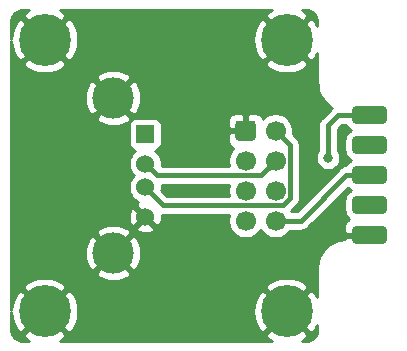
<source format=gbr>
%TF.GenerationSoftware,KiCad,Pcbnew,(5.1.8)-1*%
%TF.CreationDate,2021-02-12T13:32:35+03:00*%
%TF.ProjectId,lcd_pcb,6c63645f-7063-4622-9e6b-696361645f70,rev?*%
%TF.SameCoordinates,Original*%
%TF.FileFunction,Copper,L2,Bot*%
%TF.FilePolarity,Positive*%
%FSLAX46Y46*%
G04 Gerber Fmt 4.6, Leading zero omitted, Abs format (unit mm)*
G04 Created by KiCad (PCBNEW (5.1.8)-1) date 2021-02-12 13:32:35*
%MOMM*%
%LPD*%
G01*
G04 APERTURE LIST*
%TA.AperFunction,ComponentPad*%
%ADD10C,0.700000*%
%TD*%
%TA.AperFunction,ComponentPad*%
%ADD11C,4.400000*%
%TD*%
%TA.AperFunction,ComponentPad*%
%ADD12C,1.700000*%
%TD*%
%TA.AperFunction,ComponentPad*%
%ADD13C,3.500000*%
%TD*%
%TA.AperFunction,ComponentPad*%
%ADD14R,1.524000X1.524000*%
%TD*%
%TA.AperFunction,ComponentPad*%
%ADD15C,1.524000*%
%TD*%
%TA.AperFunction,ViaPad*%
%ADD16C,0.800000*%
%TD*%
%TA.AperFunction,Conductor*%
%ADD17C,0.400000*%
%TD*%
%TA.AperFunction,Conductor*%
%ADD18C,0.254000*%
%TD*%
%TA.AperFunction,Conductor*%
%ADD19C,0.100000*%
%TD*%
G04 APERTURE END LIST*
D10*
%TO.P,J7,1*%
%TO.N,GND*%
X84666726Y-90333274D03*
X83500000Y-89850000D03*
X82333274Y-90333274D03*
X81850000Y-91500000D03*
X82333274Y-92666726D03*
X83500000Y-93150000D03*
X84666726Y-92666726D03*
X85150000Y-91500000D03*
D11*
X83500000Y-91500000D03*
%TD*%
D10*
%TO.P,J6,1*%
%TO.N,GND*%
X84666726Y-67333274D03*
X83500000Y-66850000D03*
X82333274Y-67333274D03*
X81850000Y-68500000D03*
X82333274Y-69666726D03*
X83500000Y-70150000D03*
X84666726Y-69666726D03*
X85150000Y-68500000D03*
D11*
X83500000Y-68500000D03*
%TD*%
D10*
%TO.P,J5,1*%
%TO.N,GND*%
X105166726Y-90333274D03*
X104000000Y-89850000D03*
X102833274Y-90333274D03*
X102350000Y-91500000D03*
X102833274Y-92666726D03*
X104000000Y-93150000D03*
X105166726Y-92666726D03*
X105650000Y-91500000D03*
D11*
X104000000Y-91500000D03*
%TD*%
D10*
%TO.P,J2,1*%
%TO.N,GND*%
X105166726Y-67333274D03*
X104000000Y-66850000D03*
X102833274Y-67333274D03*
X102350000Y-68500000D03*
X102833274Y-69666726D03*
X104000000Y-70150000D03*
X105166726Y-69666726D03*
X105650000Y-68500000D03*
D11*
X104000000Y-68500000D03*
%TD*%
D12*
%TO.P,J4,8*%
%TO.N,/TX*%
X103040000Y-83830000D03*
%TO.P,J4,6*%
%TO.N,/RX*%
X103040000Y-81290000D03*
%TO.P,J4,4*%
%TO.N,/DM*%
X103040000Y-78750000D03*
%TO.P,J4,2*%
%TO.N,/DP*%
X103040000Y-76210000D03*
%TO.P,J4,7*%
%TO.N,/Res*%
X100500000Y-83830000D03*
%TO.P,J4,5*%
%TO.N,Net-(J1-Pad1)*%
X100500000Y-81290000D03*
%TO.P,J4,3*%
X100500000Y-78750000D03*
%TO.P,J4,1*%
%TO.N,GND*%
%TA.AperFunction,ComponentPad*%
G36*
G01*
X99650000Y-76810000D02*
X99650000Y-75610000D01*
G75*
G02*
X99900000Y-75360000I250000J0D01*
G01*
X101100000Y-75360000D01*
G75*
G02*
X101350000Y-75610000I0J-250000D01*
G01*
X101350000Y-76810000D01*
G75*
G02*
X101100000Y-77060000I-250000J0D01*
G01*
X99900000Y-77060000D01*
G75*
G02*
X99650000Y-76810000I0J250000D01*
G01*
G37*
%TD.AperFunction*%
%TD*%
%TO.P,J3,5*%
%TO.N,GND*%
%TA.AperFunction,ComponentPad*%
G36*
G01*
X109500000Y-85431000D02*
X109500000Y-84669000D01*
G75*
G02*
X109881000Y-84288000I381000J0D01*
G01*
X112119000Y-84288000D01*
G75*
G02*
X112500000Y-84669000I0J-381000D01*
G01*
X112500000Y-85431000D01*
G75*
G02*
X112119000Y-85812000I-381000J0D01*
G01*
X109881000Y-85812000D01*
G75*
G02*
X109500000Y-85431000I0J381000D01*
G01*
G37*
%TD.AperFunction*%
%TO.P,J3,4*%
%TO.N,/RX*%
%TA.AperFunction,ComponentPad*%
G36*
G01*
X109500000Y-82891000D02*
X109500000Y-82129000D01*
G75*
G02*
X109881000Y-81748000I381000J0D01*
G01*
X112119000Y-81748000D01*
G75*
G02*
X112500000Y-82129000I0J-381000D01*
G01*
X112500000Y-82891000D01*
G75*
G02*
X112119000Y-83272000I-381000J0D01*
G01*
X109881000Y-83272000D01*
G75*
G02*
X109500000Y-82891000I0J381000D01*
G01*
G37*
%TD.AperFunction*%
%TO.P,J3,3*%
%TO.N,/TX*%
%TA.AperFunction,ComponentPad*%
G36*
G01*
X109500000Y-80351000D02*
X109500000Y-79589000D01*
G75*
G02*
X109881000Y-79208000I381000J0D01*
G01*
X112119000Y-79208000D01*
G75*
G02*
X112500000Y-79589000I0J-381000D01*
G01*
X112500000Y-80351000D01*
G75*
G02*
X112119000Y-80732000I-381000J0D01*
G01*
X109881000Y-80732000D01*
G75*
G02*
X109500000Y-80351000I0J381000D01*
G01*
G37*
%TD.AperFunction*%
%TO.P,J3,2*%
%TO.N,Net-(J1-Pad1)*%
%TA.AperFunction,ComponentPad*%
G36*
G01*
X109500000Y-77811000D02*
X109500000Y-77049000D01*
G75*
G02*
X109881000Y-76668000I381000J0D01*
G01*
X112119000Y-76668000D01*
G75*
G02*
X112500000Y-77049000I0J-381000D01*
G01*
X112500000Y-77811000D01*
G75*
G02*
X112119000Y-78192000I-381000J0D01*
G01*
X109881000Y-78192000D01*
G75*
G02*
X109500000Y-77811000I0J381000D01*
G01*
G37*
%TD.AperFunction*%
%TO.P,J3,1*%
%TO.N,/Res*%
%TA.AperFunction,ComponentPad*%
G36*
G01*
X109500000Y-75271000D02*
X109500000Y-74509000D01*
G75*
G02*
X109881000Y-74128000I381000J0D01*
G01*
X112119000Y-74128000D01*
G75*
G02*
X112500000Y-74509000I0J-381000D01*
G01*
X112500000Y-75271000D01*
G75*
G02*
X112119000Y-75652000I-381000J0D01*
G01*
X109881000Y-75652000D01*
G75*
G02*
X109500000Y-75271000I0J381000D01*
G01*
G37*
%TD.AperFunction*%
%TD*%
D13*
%TO.P,J1,5*%
%TO.N,GND*%
X89290000Y-86570000D03*
X89290000Y-73430000D03*
D14*
%TO.P,J1,1*%
%TO.N,Net-(J1-Pad1)*%
X92000000Y-76500000D03*
D15*
%TO.P,J1,2*%
%TO.N,/DM*%
X92000000Y-79000000D03*
%TO.P,J1,3*%
%TO.N,/DP*%
X92000000Y-81000000D03*
%TO.P,J1,4*%
%TO.N,GND*%
X92000000Y-83500000D03*
%TD*%
D16*
%TO.N,GND*%
X107250000Y-80000000D03*
X108000000Y-83750000D03*
X105750000Y-78750000D03*
X105750000Y-75750000D03*
X98250000Y-81250000D03*
X96250000Y-81250000D03*
X94000000Y-81250000D03*
X89250000Y-68500000D03*
X93750000Y-68500000D03*
X98250000Y-68500000D03*
X89250000Y-91500000D03*
X93750000Y-91500000D03*
X98250000Y-91500000D03*
X82750000Y-80000000D03*
X82750000Y-84750000D03*
X82750000Y-75000000D03*
%TO.N,/Res*%
X107500000Y-78500000D03*
%TD*%
D17*
%TO.N,/DM*%
X101789999Y-80000001D02*
X103040000Y-78750000D01*
X93000001Y-80000001D02*
X101789999Y-80000001D01*
X92000000Y-79000000D02*
X93000001Y-80000001D01*
%TO.N,/DP*%
X104290001Y-77460001D02*
X103040000Y-76210000D01*
X104290001Y-81890001D02*
X104290001Y-77460001D01*
X103640001Y-82540001D02*
X104290001Y-81890001D01*
X93540001Y-82540001D02*
X103640001Y-82540001D01*
X92000000Y-81000000D02*
X93540001Y-82540001D01*
%TO.N,/TX*%
X109030000Y-79970000D02*
X111000000Y-79970000D01*
X105170000Y-83830000D02*
X109030000Y-79970000D01*
X103040000Y-83830000D02*
X105170000Y-83830000D01*
%TO.N,/Res*%
X107500000Y-78500000D02*
X107500000Y-75750000D01*
X108360000Y-74890000D02*
X111000000Y-74890000D01*
X107500000Y-75750000D02*
X108360000Y-74890000D01*
%TD*%
D18*
%TO.N,GND*%
X81929976Y-66122982D02*
X81689830Y-66510225D01*
X83500000Y-68320395D01*
X85310170Y-66510225D01*
X85070024Y-66122982D01*
X84791482Y-65976000D01*
X102704959Y-65976000D01*
X102429976Y-66122982D01*
X102189830Y-66510225D01*
X104000000Y-68320395D01*
X105810170Y-66510225D01*
X105570024Y-66122982D01*
X105291482Y-65976000D01*
X105533720Y-65976000D01*
X105764284Y-65998607D01*
X105955010Y-66056190D01*
X106130918Y-66149723D01*
X106285315Y-66275646D01*
X106412310Y-66429156D01*
X106507071Y-66604412D01*
X106565984Y-66794731D01*
X106590000Y-67023227D01*
X106590000Y-67328436D01*
X106377018Y-66929976D01*
X105989775Y-66689830D01*
X104179605Y-68500000D01*
X105989775Y-70310170D01*
X106377018Y-70070024D01*
X106590001Y-69666405D01*
X106590001Y-72222419D01*
X106592830Y-72251142D01*
X106592757Y-72261573D01*
X106593656Y-72270744D01*
X106628010Y-72597603D01*
X106640037Y-72656190D01*
X106651247Y-72714960D01*
X106653911Y-72723782D01*
X106751098Y-73037743D01*
X106774282Y-73092894D01*
X106796688Y-73148352D01*
X106801014Y-73156489D01*
X106957333Y-73445594D01*
X106990800Y-73495210D01*
X107023538Y-73545240D01*
X107029362Y-73552381D01*
X107238857Y-73805617D01*
X107281313Y-73847777D01*
X107323157Y-73890507D01*
X107330257Y-73896381D01*
X107584950Y-74104103D01*
X107634740Y-74137183D01*
X107684129Y-74171001D01*
X107692236Y-74175383D01*
X107827141Y-74247114D01*
X107807739Y-74263037D01*
X107766709Y-74296709D01*
X107740563Y-74328568D01*
X106938574Y-75130559D01*
X106906710Y-75156709D01*
X106862083Y-75211087D01*
X106802364Y-75283855D01*
X106724828Y-75428914D01*
X106677082Y-75586312D01*
X106660960Y-75750000D01*
X106665001Y-75791028D01*
X106665000Y-77886715D01*
X106582795Y-78009744D01*
X106504774Y-78198102D01*
X106465000Y-78398061D01*
X106465000Y-78601939D01*
X106504774Y-78801898D01*
X106582795Y-78990256D01*
X106696063Y-79159774D01*
X106840226Y-79303937D01*
X107009744Y-79417205D01*
X107198102Y-79495226D01*
X107398061Y-79535000D01*
X107601939Y-79535000D01*
X107801898Y-79495226D01*
X107990256Y-79417205D01*
X108159774Y-79303937D01*
X108303937Y-79159774D01*
X108417205Y-78990256D01*
X108495226Y-78801898D01*
X108535000Y-78601939D01*
X108535000Y-78398061D01*
X108495226Y-78198102D01*
X108417205Y-78009744D01*
X108335000Y-77886715D01*
X108335000Y-76095868D01*
X108705868Y-75725000D01*
X108973719Y-75725000D01*
X109033673Y-75837166D01*
X109160407Y-75991593D01*
X109314834Y-76118327D01*
X109392798Y-76160000D01*
X109314834Y-76201673D01*
X109160407Y-76328407D01*
X109033673Y-76482834D01*
X108939500Y-76659018D01*
X108881509Y-76850189D01*
X108861928Y-77049000D01*
X108861928Y-77811000D01*
X108881509Y-78009811D01*
X108939500Y-78200982D01*
X109033673Y-78377166D01*
X109160407Y-78531593D01*
X109314834Y-78658327D01*
X109392798Y-78700000D01*
X109314834Y-78741673D01*
X109160407Y-78868407D01*
X109033673Y-79022834D01*
X108972870Y-79136587D01*
X108866311Y-79147082D01*
X108708913Y-79194828D01*
X108563854Y-79272364D01*
X108436709Y-79376709D01*
X108410559Y-79408573D01*
X104824133Y-82995000D01*
X104365869Y-82995000D01*
X104851433Y-82509437D01*
X104883292Y-82483292D01*
X104987637Y-82356147D01*
X105065173Y-82211088D01*
X105112919Y-82053690D01*
X105125001Y-81931020D01*
X105125001Y-81931019D01*
X105129041Y-81890001D01*
X105125001Y-81848983D01*
X105125001Y-77501008D01*
X105129040Y-77460000D01*
X105125001Y-77418992D01*
X105125001Y-77418982D01*
X105112919Y-77296312D01*
X105065173Y-77138914D01*
X104987637Y-76993855D01*
X104883292Y-76866710D01*
X104851427Y-76840559D01*
X104498807Y-76487939D01*
X104525000Y-76356260D01*
X104525000Y-76063740D01*
X104467932Y-75776842D01*
X104355990Y-75506589D01*
X104193475Y-75263368D01*
X103986632Y-75056525D01*
X103743411Y-74894010D01*
X103473158Y-74782068D01*
X103186260Y-74725000D01*
X102893740Y-74725000D01*
X102606842Y-74782068D01*
X102336589Y-74894010D01*
X102093368Y-75056525D01*
X101961513Y-75188380D01*
X101939502Y-75115820D01*
X101880537Y-75005506D01*
X101801185Y-74908815D01*
X101704494Y-74829463D01*
X101594180Y-74770498D01*
X101474482Y-74734188D01*
X101350000Y-74721928D01*
X100785750Y-74725000D01*
X100627000Y-74883750D01*
X100627000Y-76083000D01*
X100647000Y-76083000D01*
X100647000Y-76337000D01*
X100627000Y-76337000D01*
X100627000Y-76357000D01*
X100373000Y-76357000D01*
X100373000Y-76337000D01*
X99173750Y-76337000D01*
X99015000Y-76495750D01*
X99011928Y-77060000D01*
X99024188Y-77184482D01*
X99060498Y-77304180D01*
X99119463Y-77414494D01*
X99198815Y-77511185D01*
X99295506Y-77590537D01*
X99405820Y-77649502D01*
X99478380Y-77671513D01*
X99346525Y-77803368D01*
X99184010Y-78046589D01*
X99072068Y-78316842D01*
X99015000Y-78603740D01*
X99015000Y-78896260D01*
X99068456Y-79165001D01*
X93391548Y-79165001D01*
X93397000Y-79137592D01*
X93397000Y-78862408D01*
X93343314Y-78592510D01*
X93238005Y-78338273D01*
X93085120Y-78109465D01*
X92890535Y-77914880D01*
X92854708Y-77890941D01*
X92886482Y-77887812D01*
X93006180Y-77851502D01*
X93116494Y-77792537D01*
X93213185Y-77713185D01*
X93292537Y-77616494D01*
X93351502Y-77506180D01*
X93387812Y-77386482D01*
X93400072Y-77262000D01*
X93400072Y-75738000D01*
X93387812Y-75613518D01*
X93351502Y-75493820D01*
X93292537Y-75383506D01*
X93273247Y-75360000D01*
X99011928Y-75360000D01*
X99015000Y-75924250D01*
X99173750Y-76083000D01*
X100373000Y-76083000D01*
X100373000Y-74883750D01*
X100214250Y-74725000D01*
X99650000Y-74721928D01*
X99525518Y-74734188D01*
X99405820Y-74770498D01*
X99295506Y-74829463D01*
X99198815Y-74908815D01*
X99119463Y-75005506D01*
X99060498Y-75115820D01*
X99024188Y-75235518D01*
X99011928Y-75360000D01*
X93273247Y-75360000D01*
X93213185Y-75286815D01*
X93116494Y-75207463D01*
X93006180Y-75148498D01*
X92886482Y-75112188D01*
X92762000Y-75099928D01*
X91238000Y-75099928D01*
X91113518Y-75112188D01*
X90993820Y-75148498D01*
X90883506Y-75207463D01*
X90786815Y-75286815D01*
X90707463Y-75383506D01*
X90648498Y-75493820D01*
X90612188Y-75613518D01*
X90599928Y-75738000D01*
X90599928Y-77262000D01*
X90612188Y-77386482D01*
X90648498Y-77506180D01*
X90707463Y-77616494D01*
X90786815Y-77713185D01*
X90883506Y-77792537D01*
X90993820Y-77851502D01*
X91113518Y-77887812D01*
X91145292Y-77890941D01*
X91109465Y-77914880D01*
X90914880Y-78109465D01*
X90761995Y-78338273D01*
X90656686Y-78592510D01*
X90603000Y-78862408D01*
X90603000Y-79137592D01*
X90656686Y-79407490D01*
X90761995Y-79661727D01*
X90914880Y-79890535D01*
X91024345Y-80000000D01*
X90914880Y-80109465D01*
X90761995Y-80338273D01*
X90656686Y-80592510D01*
X90603000Y-80862408D01*
X90603000Y-81137592D01*
X90656686Y-81407490D01*
X90761995Y-81661727D01*
X90914880Y-81890535D01*
X91109465Y-82085120D01*
X91338273Y-82238005D01*
X91365401Y-82249242D01*
X91281020Y-82294344D01*
X91214040Y-82534435D01*
X92000000Y-83320395D01*
X92014143Y-83306253D01*
X92193748Y-83485858D01*
X92179605Y-83500000D01*
X92965565Y-84285960D01*
X93205656Y-84218980D01*
X93322756Y-83969952D01*
X93389023Y-83702865D01*
X93401910Y-83427983D01*
X93392348Y-83364498D01*
X93498982Y-83375001D01*
X93498992Y-83375001D01*
X93540000Y-83379040D01*
X93581008Y-83375001D01*
X99081115Y-83375001D01*
X99072068Y-83396842D01*
X99015000Y-83683740D01*
X99015000Y-83976260D01*
X99072068Y-84263158D01*
X99184010Y-84533411D01*
X99346525Y-84776632D01*
X99553368Y-84983475D01*
X99796589Y-85145990D01*
X100066842Y-85257932D01*
X100353740Y-85315000D01*
X100646260Y-85315000D01*
X100933158Y-85257932D01*
X101203411Y-85145990D01*
X101446632Y-84983475D01*
X101653475Y-84776632D01*
X101770000Y-84602240D01*
X101886525Y-84776632D01*
X102093368Y-84983475D01*
X102336589Y-85145990D01*
X102606842Y-85257932D01*
X102893740Y-85315000D01*
X103186260Y-85315000D01*
X103473158Y-85257932D01*
X103743411Y-85145990D01*
X103986632Y-84983475D01*
X104193475Y-84776632D01*
X104268065Y-84665000D01*
X105128982Y-84665000D01*
X105170000Y-84669040D01*
X105211018Y-84665000D01*
X105211019Y-84665000D01*
X105333689Y-84652918D01*
X105491087Y-84605172D01*
X105636146Y-84527636D01*
X105763291Y-84423291D01*
X105789446Y-84391421D01*
X109137359Y-81043509D01*
X109160407Y-81071593D01*
X109314834Y-81198327D01*
X109392798Y-81240000D01*
X109314834Y-81281673D01*
X109160407Y-81408407D01*
X109033673Y-81562834D01*
X108939500Y-81739018D01*
X108881509Y-81930189D01*
X108861928Y-82129000D01*
X108861928Y-82891000D01*
X108881509Y-83089811D01*
X108939500Y-83280982D01*
X109033673Y-83457166D01*
X109160407Y-83611593D01*
X109263473Y-83696176D01*
X109255820Y-83698498D01*
X109145506Y-83757463D01*
X109048815Y-83836815D01*
X108969463Y-83933506D01*
X108910498Y-84043820D01*
X108874188Y-84163518D01*
X108861928Y-84288000D01*
X108865000Y-84764250D01*
X109023750Y-84923000D01*
X110873000Y-84923000D01*
X110873000Y-84903000D01*
X111127000Y-84903000D01*
X111127000Y-84923000D01*
X111147000Y-84923000D01*
X111147000Y-85177000D01*
X111127000Y-85177000D01*
X111127000Y-85197000D01*
X110873000Y-85197000D01*
X110873000Y-85177000D01*
X109023750Y-85177000D01*
X108865000Y-85335750D01*
X108864529Y-85408772D01*
X108862427Y-85408757D01*
X108853255Y-85409657D01*
X108526397Y-85444010D01*
X108467810Y-85456037D01*
X108409040Y-85467247D01*
X108400218Y-85469911D01*
X108086257Y-85567098D01*
X108031106Y-85590282D01*
X107975648Y-85612688D01*
X107967511Y-85617014D01*
X107678406Y-85773333D01*
X107628790Y-85806800D01*
X107578760Y-85839538D01*
X107571619Y-85845362D01*
X107318383Y-86054857D01*
X107276223Y-86097313D01*
X107233493Y-86139157D01*
X107227619Y-86146258D01*
X107019897Y-86400950D01*
X106986801Y-86450763D01*
X106952999Y-86500129D01*
X106948617Y-86508236D01*
X106794320Y-86798424D01*
X106771536Y-86853700D01*
X106747957Y-86908715D01*
X106745233Y-86917518D01*
X106650241Y-87232150D01*
X106638629Y-87290794D01*
X106626185Y-87349338D01*
X106625222Y-87358503D01*
X106593150Y-87685594D01*
X106593150Y-87685599D01*
X106590000Y-87717582D01*
X106590000Y-90328437D01*
X106377018Y-89929976D01*
X105989775Y-89689830D01*
X104179605Y-91500000D01*
X105989775Y-93310170D01*
X106377018Y-93070024D01*
X106590001Y-92666405D01*
X106590001Y-92967710D01*
X106567393Y-93198285D01*
X106509810Y-93389010D01*
X106416276Y-93564920D01*
X106290355Y-93719315D01*
X106136844Y-93846310D01*
X105961588Y-93941071D01*
X105771265Y-93999985D01*
X105542773Y-94024000D01*
X105295041Y-94024000D01*
X105570024Y-93877018D01*
X105810170Y-93489775D01*
X104000000Y-91679605D01*
X102189830Y-93489775D01*
X102429976Y-93877018D01*
X102708519Y-94024000D01*
X84795036Y-94024003D01*
X85070024Y-93877018D01*
X85310170Y-93489775D01*
X83500000Y-91679605D01*
X81689830Y-93489775D01*
X81929976Y-93877018D01*
X82208524Y-94024003D01*
X81716311Y-94024003D01*
X81485715Y-94001393D01*
X81294990Y-93943810D01*
X81119080Y-93850276D01*
X80964685Y-93724355D01*
X80837690Y-93570844D01*
X80742929Y-93395588D01*
X80684015Y-93205265D01*
X80660000Y-92976773D01*
X80660000Y-91598718D01*
X80709019Y-92070632D01*
X80873972Y-92604161D01*
X81122982Y-93070024D01*
X81510225Y-93310170D01*
X83320395Y-91500000D01*
X83679605Y-91500000D01*
X85489775Y-93310170D01*
X85877018Y-93070024D01*
X86137641Y-92576123D01*
X86296901Y-92040867D01*
X86345852Y-91515174D01*
X101151322Y-91515174D01*
X101209019Y-92070632D01*
X101373972Y-92604161D01*
X101622982Y-93070024D01*
X102010225Y-93310170D01*
X103820395Y-91500000D01*
X102010225Y-89689830D01*
X101622982Y-89929976D01*
X101362359Y-90423877D01*
X101203099Y-90959133D01*
X101151322Y-91515174D01*
X86345852Y-91515174D01*
X86348678Y-91484826D01*
X86290981Y-90929368D01*
X86126028Y-90395839D01*
X85877018Y-89929976D01*
X85489775Y-89689830D01*
X83679605Y-91500000D01*
X83320395Y-91500000D01*
X81510225Y-89689830D01*
X81122982Y-89929976D01*
X80862359Y-90423877D01*
X80703099Y-90959133D01*
X80660000Y-91421980D01*
X80660000Y-89510225D01*
X81689830Y-89510225D01*
X83500000Y-91320395D01*
X85310170Y-89510225D01*
X102189830Y-89510225D01*
X104000000Y-91320395D01*
X105810170Y-89510225D01*
X105570024Y-89122982D01*
X105076123Y-88862359D01*
X104540867Y-88703099D01*
X103984826Y-88651322D01*
X103429368Y-88709019D01*
X102895839Y-88873972D01*
X102429976Y-89122982D01*
X102189830Y-89510225D01*
X85310170Y-89510225D01*
X85070024Y-89122982D01*
X84576123Y-88862359D01*
X84040867Y-88703099D01*
X83484826Y-88651322D01*
X82929368Y-88709019D01*
X82395839Y-88873972D01*
X81929976Y-89122982D01*
X81689830Y-89510225D01*
X80660000Y-89510225D01*
X80660000Y-88239609D01*
X87799997Y-88239609D01*
X87986073Y-88580766D01*
X88403409Y-88796513D01*
X88854815Y-88926696D01*
X89322946Y-88966313D01*
X89789811Y-88913842D01*
X90237468Y-88771297D01*
X90593927Y-88580766D01*
X90780003Y-88239609D01*
X89290000Y-86749605D01*
X87799997Y-88239609D01*
X80660000Y-88239609D01*
X80660000Y-86602946D01*
X86893687Y-86602946D01*
X86946158Y-87069811D01*
X87088703Y-87517468D01*
X87279234Y-87873927D01*
X87620391Y-88060003D01*
X89110395Y-86570000D01*
X89469605Y-86570000D01*
X90959609Y-88060003D01*
X91300766Y-87873927D01*
X91516513Y-87456591D01*
X91646696Y-87005185D01*
X91686313Y-86537054D01*
X91633842Y-86070189D01*
X91491297Y-85622532D01*
X91300766Y-85266073D01*
X90959609Y-85079997D01*
X89469605Y-86570000D01*
X89110395Y-86570000D01*
X87620391Y-85079997D01*
X87279234Y-85266073D01*
X87063487Y-85683409D01*
X86933304Y-86134815D01*
X86893687Y-86602946D01*
X80660000Y-86602946D01*
X80660000Y-84900391D01*
X87799997Y-84900391D01*
X89290000Y-86390395D01*
X90780003Y-84900391D01*
X90593927Y-84559234D01*
X90412736Y-84465565D01*
X91214040Y-84465565D01*
X91281020Y-84705656D01*
X91530048Y-84822756D01*
X91797135Y-84889023D01*
X92072017Y-84901910D01*
X92344133Y-84860922D01*
X92603023Y-84767636D01*
X92718980Y-84705656D01*
X92785960Y-84465565D01*
X92000000Y-83679605D01*
X91214040Y-84465565D01*
X90412736Y-84465565D01*
X90176591Y-84343487D01*
X89725185Y-84213304D01*
X89257054Y-84173687D01*
X88790189Y-84226158D01*
X88342532Y-84368703D01*
X87986073Y-84559234D01*
X87799997Y-84900391D01*
X80660000Y-84900391D01*
X80660000Y-83572017D01*
X90598090Y-83572017D01*
X90639078Y-83844133D01*
X90732364Y-84103023D01*
X90794344Y-84218980D01*
X91034435Y-84285960D01*
X91820395Y-83500000D01*
X91034435Y-82714040D01*
X90794344Y-82781020D01*
X90677244Y-83030048D01*
X90610977Y-83297135D01*
X90598090Y-83572017D01*
X80660000Y-83572017D01*
X80660000Y-75099609D01*
X87799997Y-75099609D01*
X87986073Y-75440766D01*
X88403409Y-75656513D01*
X88854815Y-75786696D01*
X89322946Y-75826313D01*
X89789811Y-75773842D01*
X90237468Y-75631297D01*
X90593927Y-75440766D01*
X90780003Y-75099609D01*
X89290000Y-73609605D01*
X87799997Y-75099609D01*
X80660000Y-75099609D01*
X80660000Y-73462946D01*
X86893687Y-73462946D01*
X86946158Y-73929811D01*
X87088703Y-74377468D01*
X87279234Y-74733927D01*
X87620391Y-74920003D01*
X89110395Y-73430000D01*
X89469605Y-73430000D01*
X90959609Y-74920003D01*
X91300766Y-74733927D01*
X91516513Y-74316591D01*
X91646696Y-73865185D01*
X91686313Y-73397054D01*
X91633842Y-72930189D01*
X91491297Y-72482532D01*
X91300766Y-72126073D01*
X90959609Y-71939997D01*
X89469605Y-73430000D01*
X89110395Y-73430000D01*
X87620391Y-71939997D01*
X87279234Y-72126073D01*
X87063487Y-72543409D01*
X86933304Y-72994815D01*
X86893687Y-73462946D01*
X80660000Y-73462946D01*
X80660000Y-71760391D01*
X87799997Y-71760391D01*
X89290000Y-73250395D01*
X90780003Y-71760391D01*
X90593927Y-71419234D01*
X90176591Y-71203487D01*
X89725185Y-71073304D01*
X89257054Y-71033687D01*
X88790189Y-71086158D01*
X88342532Y-71228703D01*
X87986073Y-71419234D01*
X87799997Y-71760391D01*
X80660000Y-71760391D01*
X80660000Y-70489775D01*
X81689830Y-70489775D01*
X81929976Y-70877018D01*
X82423877Y-71137641D01*
X82959133Y-71296901D01*
X83515174Y-71348678D01*
X84070632Y-71290981D01*
X84604161Y-71126028D01*
X85070024Y-70877018D01*
X85310170Y-70489775D01*
X102189830Y-70489775D01*
X102429976Y-70877018D01*
X102923877Y-71137641D01*
X103459133Y-71296901D01*
X104015174Y-71348678D01*
X104570632Y-71290981D01*
X105104161Y-71126028D01*
X105570024Y-70877018D01*
X105810170Y-70489775D01*
X104000000Y-68679605D01*
X102189830Y-70489775D01*
X85310170Y-70489775D01*
X83500000Y-68679605D01*
X81689830Y-70489775D01*
X80660000Y-70489775D01*
X80660000Y-68598718D01*
X80709019Y-69070632D01*
X80873972Y-69604161D01*
X81122982Y-70070024D01*
X81510225Y-70310170D01*
X83320395Y-68500000D01*
X83679605Y-68500000D01*
X85489775Y-70310170D01*
X85877018Y-70070024D01*
X86137641Y-69576123D01*
X86296901Y-69040867D01*
X86345852Y-68515174D01*
X101151322Y-68515174D01*
X101209019Y-69070632D01*
X101373972Y-69604161D01*
X101622982Y-70070024D01*
X102010225Y-70310170D01*
X103820395Y-68500000D01*
X102010225Y-66689830D01*
X101622982Y-66929976D01*
X101362359Y-67423877D01*
X101203099Y-67959133D01*
X101151322Y-68515174D01*
X86345852Y-68515174D01*
X86348678Y-68484826D01*
X86290981Y-67929368D01*
X86126028Y-67395839D01*
X85877018Y-66929976D01*
X85489775Y-66689830D01*
X83679605Y-68500000D01*
X83320395Y-68500000D01*
X81510225Y-66689830D01*
X81122982Y-66929976D01*
X80862359Y-67423877D01*
X80703099Y-67959133D01*
X80660000Y-68421980D01*
X80660000Y-67032280D01*
X80682607Y-66801716D01*
X80740190Y-66610990D01*
X80833723Y-66435082D01*
X80959646Y-66280685D01*
X81113156Y-66153690D01*
X81288412Y-66058929D01*
X81478731Y-66000016D01*
X81707227Y-65976000D01*
X82204959Y-65976000D01*
X81929976Y-66122982D01*
%TA.AperFunction,Conductor*%
D19*
G36*
X81929976Y-66122982D02*
G01*
X81689830Y-66510225D01*
X83500000Y-68320395D01*
X85310170Y-66510225D01*
X85070024Y-66122982D01*
X84791482Y-65976000D01*
X102704959Y-65976000D01*
X102429976Y-66122982D01*
X102189830Y-66510225D01*
X104000000Y-68320395D01*
X105810170Y-66510225D01*
X105570024Y-66122982D01*
X105291482Y-65976000D01*
X105533720Y-65976000D01*
X105764284Y-65998607D01*
X105955010Y-66056190D01*
X106130918Y-66149723D01*
X106285315Y-66275646D01*
X106412310Y-66429156D01*
X106507071Y-66604412D01*
X106565984Y-66794731D01*
X106590000Y-67023227D01*
X106590000Y-67328436D01*
X106377018Y-66929976D01*
X105989775Y-66689830D01*
X104179605Y-68500000D01*
X105989775Y-70310170D01*
X106377018Y-70070024D01*
X106590001Y-69666405D01*
X106590001Y-72222419D01*
X106592830Y-72251142D01*
X106592757Y-72261573D01*
X106593656Y-72270744D01*
X106628010Y-72597603D01*
X106640037Y-72656190D01*
X106651247Y-72714960D01*
X106653911Y-72723782D01*
X106751098Y-73037743D01*
X106774282Y-73092894D01*
X106796688Y-73148352D01*
X106801014Y-73156489D01*
X106957333Y-73445594D01*
X106990800Y-73495210D01*
X107023538Y-73545240D01*
X107029362Y-73552381D01*
X107238857Y-73805617D01*
X107281313Y-73847777D01*
X107323157Y-73890507D01*
X107330257Y-73896381D01*
X107584950Y-74104103D01*
X107634740Y-74137183D01*
X107684129Y-74171001D01*
X107692236Y-74175383D01*
X107827141Y-74247114D01*
X107807739Y-74263037D01*
X107766709Y-74296709D01*
X107740563Y-74328568D01*
X106938574Y-75130559D01*
X106906710Y-75156709D01*
X106862083Y-75211087D01*
X106802364Y-75283855D01*
X106724828Y-75428914D01*
X106677082Y-75586312D01*
X106660960Y-75750000D01*
X106665001Y-75791028D01*
X106665000Y-77886715D01*
X106582795Y-78009744D01*
X106504774Y-78198102D01*
X106465000Y-78398061D01*
X106465000Y-78601939D01*
X106504774Y-78801898D01*
X106582795Y-78990256D01*
X106696063Y-79159774D01*
X106840226Y-79303937D01*
X107009744Y-79417205D01*
X107198102Y-79495226D01*
X107398061Y-79535000D01*
X107601939Y-79535000D01*
X107801898Y-79495226D01*
X107990256Y-79417205D01*
X108159774Y-79303937D01*
X108303937Y-79159774D01*
X108417205Y-78990256D01*
X108495226Y-78801898D01*
X108535000Y-78601939D01*
X108535000Y-78398061D01*
X108495226Y-78198102D01*
X108417205Y-78009744D01*
X108335000Y-77886715D01*
X108335000Y-76095868D01*
X108705868Y-75725000D01*
X108973719Y-75725000D01*
X109033673Y-75837166D01*
X109160407Y-75991593D01*
X109314834Y-76118327D01*
X109392798Y-76160000D01*
X109314834Y-76201673D01*
X109160407Y-76328407D01*
X109033673Y-76482834D01*
X108939500Y-76659018D01*
X108881509Y-76850189D01*
X108861928Y-77049000D01*
X108861928Y-77811000D01*
X108881509Y-78009811D01*
X108939500Y-78200982D01*
X109033673Y-78377166D01*
X109160407Y-78531593D01*
X109314834Y-78658327D01*
X109392798Y-78700000D01*
X109314834Y-78741673D01*
X109160407Y-78868407D01*
X109033673Y-79022834D01*
X108972870Y-79136587D01*
X108866311Y-79147082D01*
X108708913Y-79194828D01*
X108563854Y-79272364D01*
X108436709Y-79376709D01*
X108410559Y-79408573D01*
X104824133Y-82995000D01*
X104365869Y-82995000D01*
X104851433Y-82509437D01*
X104883292Y-82483292D01*
X104987637Y-82356147D01*
X105065173Y-82211088D01*
X105112919Y-82053690D01*
X105125001Y-81931020D01*
X105125001Y-81931019D01*
X105129041Y-81890001D01*
X105125001Y-81848983D01*
X105125001Y-77501008D01*
X105129040Y-77460000D01*
X105125001Y-77418992D01*
X105125001Y-77418982D01*
X105112919Y-77296312D01*
X105065173Y-77138914D01*
X104987637Y-76993855D01*
X104883292Y-76866710D01*
X104851427Y-76840559D01*
X104498807Y-76487939D01*
X104525000Y-76356260D01*
X104525000Y-76063740D01*
X104467932Y-75776842D01*
X104355990Y-75506589D01*
X104193475Y-75263368D01*
X103986632Y-75056525D01*
X103743411Y-74894010D01*
X103473158Y-74782068D01*
X103186260Y-74725000D01*
X102893740Y-74725000D01*
X102606842Y-74782068D01*
X102336589Y-74894010D01*
X102093368Y-75056525D01*
X101961513Y-75188380D01*
X101939502Y-75115820D01*
X101880537Y-75005506D01*
X101801185Y-74908815D01*
X101704494Y-74829463D01*
X101594180Y-74770498D01*
X101474482Y-74734188D01*
X101350000Y-74721928D01*
X100785750Y-74725000D01*
X100627000Y-74883750D01*
X100627000Y-76083000D01*
X100647000Y-76083000D01*
X100647000Y-76337000D01*
X100627000Y-76337000D01*
X100627000Y-76357000D01*
X100373000Y-76357000D01*
X100373000Y-76337000D01*
X99173750Y-76337000D01*
X99015000Y-76495750D01*
X99011928Y-77060000D01*
X99024188Y-77184482D01*
X99060498Y-77304180D01*
X99119463Y-77414494D01*
X99198815Y-77511185D01*
X99295506Y-77590537D01*
X99405820Y-77649502D01*
X99478380Y-77671513D01*
X99346525Y-77803368D01*
X99184010Y-78046589D01*
X99072068Y-78316842D01*
X99015000Y-78603740D01*
X99015000Y-78896260D01*
X99068456Y-79165001D01*
X93391548Y-79165001D01*
X93397000Y-79137592D01*
X93397000Y-78862408D01*
X93343314Y-78592510D01*
X93238005Y-78338273D01*
X93085120Y-78109465D01*
X92890535Y-77914880D01*
X92854708Y-77890941D01*
X92886482Y-77887812D01*
X93006180Y-77851502D01*
X93116494Y-77792537D01*
X93213185Y-77713185D01*
X93292537Y-77616494D01*
X93351502Y-77506180D01*
X93387812Y-77386482D01*
X93400072Y-77262000D01*
X93400072Y-75738000D01*
X93387812Y-75613518D01*
X93351502Y-75493820D01*
X93292537Y-75383506D01*
X93273247Y-75360000D01*
X99011928Y-75360000D01*
X99015000Y-75924250D01*
X99173750Y-76083000D01*
X100373000Y-76083000D01*
X100373000Y-74883750D01*
X100214250Y-74725000D01*
X99650000Y-74721928D01*
X99525518Y-74734188D01*
X99405820Y-74770498D01*
X99295506Y-74829463D01*
X99198815Y-74908815D01*
X99119463Y-75005506D01*
X99060498Y-75115820D01*
X99024188Y-75235518D01*
X99011928Y-75360000D01*
X93273247Y-75360000D01*
X93213185Y-75286815D01*
X93116494Y-75207463D01*
X93006180Y-75148498D01*
X92886482Y-75112188D01*
X92762000Y-75099928D01*
X91238000Y-75099928D01*
X91113518Y-75112188D01*
X90993820Y-75148498D01*
X90883506Y-75207463D01*
X90786815Y-75286815D01*
X90707463Y-75383506D01*
X90648498Y-75493820D01*
X90612188Y-75613518D01*
X90599928Y-75738000D01*
X90599928Y-77262000D01*
X90612188Y-77386482D01*
X90648498Y-77506180D01*
X90707463Y-77616494D01*
X90786815Y-77713185D01*
X90883506Y-77792537D01*
X90993820Y-77851502D01*
X91113518Y-77887812D01*
X91145292Y-77890941D01*
X91109465Y-77914880D01*
X90914880Y-78109465D01*
X90761995Y-78338273D01*
X90656686Y-78592510D01*
X90603000Y-78862408D01*
X90603000Y-79137592D01*
X90656686Y-79407490D01*
X90761995Y-79661727D01*
X90914880Y-79890535D01*
X91024345Y-80000000D01*
X90914880Y-80109465D01*
X90761995Y-80338273D01*
X90656686Y-80592510D01*
X90603000Y-80862408D01*
X90603000Y-81137592D01*
X90656686Y-81407490D01*
X90761995Y-81661727D01*
X90914880Y-81890535D01*
X91109465Y-82085120D01*
X91338273Y-82238005D01*
X91365401Y-82249242D01*
X91281020Y-82294344D01*
X91214040Y-82534435D01*
X92000000Y-83320395D01*
X92014143Y-83306253D01*
X92193748Y-83485858D01*
X92179605Y-83500000D01*
X92965565Y-84285960D01*
X93205656Y-84218980D01*
X93322756Y-83969952D01*
X93389023Y-83702865D01*
X93401910Y-83427983D01*
X93392348Y-83364498D01*
X93498982Y-83375001D01*
X93498992Y-83375001D01*
X93540000Y-83379040D01*
X93581008Y-83375001D01*
X99081115Y-83375001D01*
X99072068Y-83396842D01*
X99015000Y-83683740D01*
X99015000Y-83976260D01*
X99072068Y-84263158D01*
X99184010Y-84533411D01*
X99346525Y-84776632D01*
X99553368Y-84983475D01*
X99796589Y-85145990D01*
X100066842Y-85257932D01*
X100353740Y-85315000D01*
X100646260Y-85315000D01*
X100933158Y-85257932D01*
X101203411Y-85145990D01*
X101446632Y-84983475D01*
X101653475Y-84776632D01*
X101770000Y-84602240D01*
X101886525Y-84776632D01*
X102093368Y-84983475D01*
X102336589Y-85145990D01*
X102606842Y-85257932D01*
X102893740Y-85315000D01*
X103186260Y-85315000D01*
X103473158Y-85257932D01*
X103743411Y-85145990D01*
X103986632Y-84983475D01*
X104193475Y-84776632D01*
X104268065Y-84665000D01*
X105128982Y-84665000D01*
X105170000Y-84669040D01*
X105211018Y-84665000D01*
X105211019Y-84665000D01*
X105333689Y-84652918D01*
X105491087Y-84605172D01*
X105636146Y-84527636D01*
X105763291Y-84423291D01*
X105789446Y-84391421D01*
X109137359Y-81043509D01*
X109160407Y-81071593D01*
X109314834Y-81198327D01*
X109392798Y-81240000D01*
X109314834Y-81281673D01*
X109160407Y-81408407D01*
X109033673Y-81562834D01*
X108939500Y-81739018D01*
X108881509Y-81930189D01*
X108861928Y-82129000D01*
X108861928Y-82891000D01*
X108881509Y-83089811D01*
X108939500Y-83280982D01*
X109033673Y-83457166D01*
X109160407Y-83611593D01*
X109263473Y-83696176D01*
X109255820Y-83698498D01*
X109145506Y-83757463D01*
X109048815Y-83836815D01*
X108969463Y-83933506D01*
X108910498Y-84043820D01*
X108874188Y-84163518D01*
X108861928Y-84288000D01*
X108865000Y-84764250D01*
X109023750Y-84923000D01*
X110873000Y-84923000D01*
X110873000Y-84903000D01*
X111127000Y-84903000D01*
X111127000Y-84923000D01*
X111147000Y-84923000D01*
X111147000Y-85177000D01*
X111127000Y-85177000D01*
X111127000Y-85197000D01*
X110873000Y-85197000D01*
X110873000Y-85177000D01*
X109023750Y-85177000D01*
X108865000Y-85335750D01*
X108864529Y-85408772D01*
X108862427Y-85408757D01*
X108853255Y-85409657D01*
X108526397Y-85444010D01*
X108467810Y-85456037D01*
X108409040Y-85467247D01*
X108400218Y-85469911D01*
X108086257Y-85567098D01*
X108031106Y-85590282D01*
X107975648Y-85612688D01*
X107967511Y-85617014D01*
X107678406Y-85773333D01*
X107628790Y-85806800D01*
X107578760Y-85839538D01*
X107571619Y-85845362D01*
X107318383Y-86054857D01*
X107276223Y-86097313D01*
X107233493Y-86139157D01*
X107227619Y-86146258D01*
X107019897Y-86400950D01*
X106986801Y-86450763D01*
X106952999Y-86500129D01*
X106948617Y-86508236D01*
X106794320Y-86798424D01*
X106771536Y-86853700D01*
X106747957Y-86908715D01*
X106745233Y-86917518D01*
X106650241Y-87232150D01*
X106638629Y-87290794D01*
X106626185Y-87349338D01*
X106625222Y-87358503D01*
X106593150Y-87685594D01*
X106593150Y-87685599D01*
X106590000Y-87717582D01*
X106590000Y-90328437D01*
X106377018Y-89929976D01*
X105989775Y-89689830D01*
X104179605Y-91500000D01*
X105989775Y-93310170D01*
X106377018Y-93070024D01*
X106590001Y-92666405D01*
X106590001Y-92967710D01*
X106567393Y-93198285D01*
X106509810Y-93389010D01*
X106416276Y-93564920D01*
X106290355Y-93719315D01*
X106136844Y-93846310D01*
X105961588Y-93941071D01*
X105771265Y-93999985D01*
X105542773Y-94024000D01*
X105295041Y-94024000D01*
X105570024Y-93877018D01*
X105810170Y-93489775D01*
X104000000Y-91679605D01*
X102189830Y-93489775D01*
X102429976Y-93877018D01*
X102708519Y-94024000D01*
X84795036Y-94024003D01*
X85070024Y-93877018D01*
X85310170Y-93489775D01*
X83500000Y-91679605D01*
X81689830Y-93489775D01*
X81929976Y-93877018D01*
X82208524Y-94024003D01*
X81716311Y-94024003D01*
X81485715Y-94001393D01*
X81294990Y-93943810D01*
X81119080Y-93850276D01*
X80964685Y-93724355D01*
X80837690Y-93570844D01*
X80742929Y-93395588D01*
X80684015Y-93205265D01*
X80660000Y-92976773D01*
X80660000Y-91598718D01*
X80709019Y-92070632D01*
X80873972Y-92604161D01*
X81122982Y-93070024D01*
X81510225Y-93310170D01*
X83320395Y-91500000D01*
X83679605Y-91500000D01*
X85489775Y-93310170D01*
X85877018Y-93070024D01*
X86137641Y-92576123D01*
X86296901Y-92040867D01*
X86345852Y-91515174D01*
X101151322Y-91515174D01*
X101209019Y-92070632D01*
X101373972Y-92604161D01*
X101622982Y-93070024D01*
X102010225Y-93310170D01*
X103820395Y-91500000D01*
X102010225Y-89689830D01*
X101622982Y-89929976D01*
X101362359Y-90423877D01*
X101203099Y-90959133D01*
X101151322Y-91515174D01*
X86345852Y-91515174D01*
X86348678Y-91484826D01*
X86290981Y-90929368D01*
X86126028Y-90395839D01*
X85877018Y-89929976D01*
X85489775Y-89689830D01*
X83679605Y-91500000D01*
X83320395Y-91500000D01*
X81510225Y-89689830D01*
X81122982Y-89929976D01*
X80862359Y-90423877D01*
X80703099Y-90959133D01*
X80660000Y-91421980D01*
X80660000Y-89510225D01*
X81689830Y-89510225D01*
X83500000Y-91320395D01*
X85310170Y-89510225D01*
X102189830Y-89510225D01*
X104000000Y-91320395D01*
X105810170Y-89510225D01*
X105570024Y-89122982D01*
X105076123Y-88862359D01*
X104540867Y-88703099D01*
X103984826Y-88651322D01*
X103429368Y-88709019D01*
X102895839Y-88873972D01*
X102429976Y-89122982D01*
X102189830Y-89510225D01*
X85310170Y-89510225D01*
X85070024Y-89122982D01*
X84576123Y-88862359D01*
X84040867Y-88703099D01*
X83484826Y-88651322D01*
X82929368Y-88709019D01*
X82395839Y-88873972D01*
X81929976Y-89122982D01*
X81689830Y-89510225D01*
X80660000Y-89510225D01*
X80660000Y-88239609D01*
X87799997Y-88239609D01*
X87986073Y-88580766D01*
X88403409Y-88796513D01*
X88854815Y-88926696D01*
X89322946Y-88966313D01*
X89789811Y-88913842D01*
X90237468Y-88771297D01*
X90593927Y-88580766D01*
X90780003Y-88239609D01*
X89290000Y-86749605D01*
X87799997Y-88239609D01*
X80660000Y-88239609D01*
X80660000Y-86602946D01*
X86893687Y-86602946D01*
X86946158Y-87069811D01*
X87088703Y-87517468D01*
X87279234Y-87873927D01*
X87620391Y-88060003D01*
X89110395Y-86570000D01*
X89469605Y-86570000D01*
X90959609Y-88060003D01*
X91300766Y-87873927D01*
X91516513Y-87456591D01*
X91646696Y-87005185D01*
X91686313Y-86537054D01*
X91633842Y-86070189D01*
X91491297Y-85622532D01*
X91300766Y-85266073D01*
X90959609Y-85079997D01*
X89469605Y-86570000D01*
X89110395Y-86570000D01*
X87620391Y-85079997D01*
X87279234Y-85266073D01*
X87063487Y-85683409D01*
X86933304Y-86134815D01*
X86893687Y-86602946D01*
X80660000Y-86602946D01*
X80660000Y-84900391D01*
X87799997Y-84900391D01*
X89290000Y-86390395D01*
X90780003Y-84900391D01*
X90593927Y-84559234D01*
X90412736Y-84465565D01*
X91214040Y-84465565D01*
X91281020Y-84705656D01*
X91530048Y-84822756D01*
X91797135Y-84889023D01*
X92072017Y-84901910D01*
X92344133Y-84860922D01*
X92603023Y-84767636D01*
X92718980Y-84705656D01*
X92785960Y-84465565D01*
X92000000Y-83679605D01*
X91214040Y-84465565D01*
X90412736Y-84465565D01*
X90176591Y-84343487D01*
X89725185Y-84213304D01*
X89257054Y-84173687D01*
X88790189Y-84226158D01*
X88342532Y-84368703D01*
X87986073Y-84559234D01*
X87799997Y-84900391D01*
X80660000Y-84900391D01*
X80660000Y-83572017D01*
X90598090Y-83572017D01*
X90639078Y-83844133D01*
X90732364Y-84103023D01*
X90794344Y-84218980D01*
X91034435Y-84285960D01*
X91820395Y-83500000D01*
X91034435Y-82714040D01*
X90794344Y-82781020D01*
X90677244Y-83030048D01*
X90610977Y-83297135D01*
X90598090Y-83572017D01*
X80660000Y-83572017D01*
X80660000Y-75099609D01*
X87799997Y-75099609D01*
X87986073Y-75440766D01*
X88403409Y-75656513D01*
X88854815Y-75786696D01*
X89322946Y-75826313D01*
X89789811Y-75773842D01*
X90237468Y-75631297D01*
X90593927Y-75440766D01*
X90780003Y-75099609D01*
X89290000Y-73609605D01*
X87799997Y-75099609D01*
X80660000Y-75099609D01*
X80660000Y-73462946D01*
X86893687Y-73462946D01*
X86946158Y-73929811D01*
X87088703Y-74377468D01*
X87279234Y-74733927D01*
X87620391Y-74920003D01*
X89110395Y-73430000D01*
X89469605Y-73430000D01*
X90959609Y-74920003D01*
X91300766Y-74733927D01*
X91516513Y-74316591D01*
X91646696Y-73865185D01*
X91686313Y-73397054D01*
X91633842Y-72930189D01*
X91491297Y-72482532D01*
X91300766Y-72126073D01*
X90959609Y-71939997D01*
X89469605Y-73430000D01*
X89110395Y-73430000D01*
X87620391Y-71939997D01*
X87279234Y-72126073D01*
X87063487Y-72543409D01*
X86933304Y-72994815D01*
X86893687Y-73462946D01*
X80660000Y-73462946D01*
X80660000Y-71760391D01*
X87799997Y-71760391D01*
X89290000Y-73250395D01*
X90780003Y-71760391D01*
X90593927Y-71419234D01*
X90176591Y-71203487D01*
X89725185Y-71073304D01*
X89257054Y-71033687D01*
X88790189Y-71086158D01*
X88342532Y-71228703D01*
X87986073Y-71419234D01*
X87799997Y-71760391D01*
X80660000Y-71760391D01*
X80660000Y-70489775D01*
X81689830Y-70489775D01*
X81929976Y-70877018D01*
X82423877Y-71137641D01*
X82959133Y-71296901D01*
X83515174Y-71348678D01*
X84070632Y-71290981D01*
X84604161Y-71126028D01*
X85070024Y-70877018D01*
X85310170Y-70489775D01*
X102189830Y-70489775D01*
X102429976Y-70877018D01*
X102923877Y-71137641D01*
X103459133Y-71296901D01*
X104015174Y-71348678D01*
X104570632Y-71290981D01*
X105104161Y-71126028D01*
X105570024Y-70877018D01*
X105810170Y-70489775D01*
X104000000Y-68679605D01*
X102189830Y-70489775D01*
X85310170Y-70489775D01*
X83500000Y-68679605D01*
X81689830Y-70489775D01*
X80660000Y-70489775D01*
X80660000Y-68598718D01*
X80709019Y-69070632D01*
X80873972Y-69604161D01*
X81122982Y-70070024D01*
X81510225Y-70310170D01*
X83320395Y-68500000D01*
X83679605Y-68500000D01*
X85489775Y-70310170D01*
X85877018Y-70070024D01*
X86137641Y-69576123D01*
X86296901Y-69040867D01*
X86345852Y-68515174D01*
X101151322Y-68515174D01*
X101209019Y-69070632D01*
X101373972Y-69604161D01*
X101622982Y-70070024D01*
X102010225Y-70310170D01*
X103820395Y-68500000D01*
X102010225Y-66689830D01*
X101622982Y-66929976D01*
X101362359Y-67423877D01*
X101203099Y-67959133D01*
X101151322Y-68515174D01*
X86345852Y-68515174D01*
X86348678Y-68484826D01*
X86290981Y-67929368D01*
X86126028Y-67395839D01*
X85877018Y-66929976D01*
X85489775Y-66689830D01*
X83679605Y-68500000D01*
X83320395Y-68500000D01*
X81510225Y-66689830D01*
X81122982Y-66929976D01*
X80862359Y-67423877D01*
X80703099Y-67959133D01*
X80660000Y-68421980D01*
X80660000Y-67032280D01*
X80682607Y-66801716D01*
X80740190Y-66610990D01*
X80833723Y-66435082D01*
X80959646Y-66280685D01*
X81113156Y-66153690D01*
X81288412Y-66058929D01*
X81478731Y-66000016D01*
X81707227Y-65976000D01*
X82204959Y-65976000D01*
X81929976Y-66122982D01*
G37*
%TD.AperFunction*%
D18*
X99072068Y-80856842D02*
X99015000Y-81143740D01*
X99015000Y-81436260D01*
X99068456Y-81705001D01*
X93885869Y-81705001D01*
X93383969Y-81203102D01*
X93397000Y-81137592D01*
X93397000Y-80862408D01*
X93391548Y-80835001D01*
X99081115Y-80835001D01*
X99072068Y-80856842D01*
%TA.AperFunction,Conductor*%
D19*
G36*
X99072068Y-80856842D02*
G01*
X99015000Y-81143740D01*
X99015000Y-81436260D01*
X99068456Y-81705001D01*
X93885869Y-81705001D01*
X93383969Y-81203102D01*
X93397000Y-81137592D01*
X93397000Y-80862408D01*
X93391548Y-80835001D01*
X99081115Y-80835001D01*
X99072068Y-80856842D01*
G37*
%TD.AperFunction*%
%TD*%
M02*

</source>
